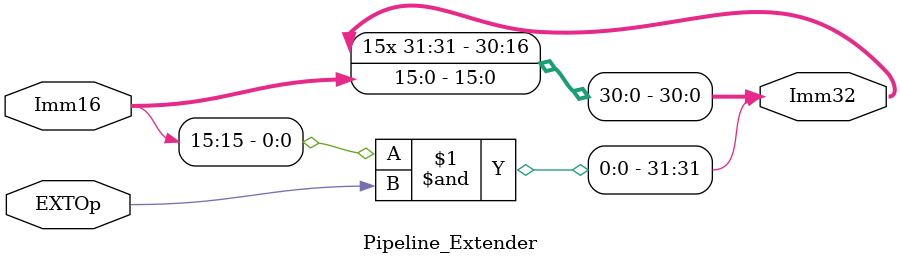
<source format=v>
module Pipeline_Extender(Imm16,EXTOp,Imm32);
  input[15:0] Imm16;
  input EXTOp;
  output[31:0] Imm32;
  assign Imm32={{16{Imm16[15]&EXTOp}},Imm16};
endmodule
</source>
